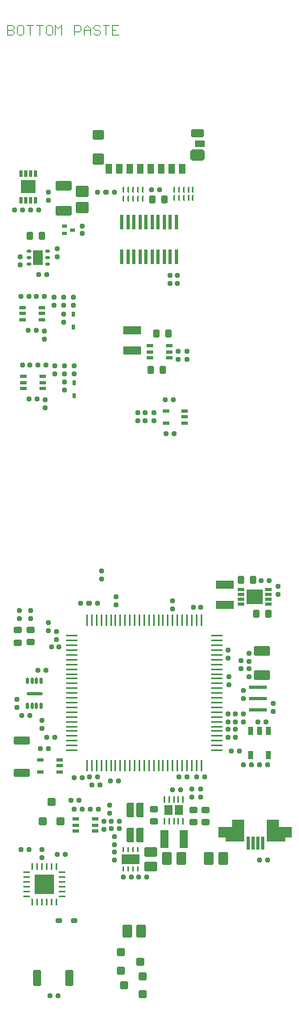
<source format=gbp>
G04*
G04 #@! TF.GenerationSoftware,Altium Limited,Altium Designer,20.2.6 (244)*
G04*
G04 Layer_Color=6710886*
%FSLAX25Y25*%
%MOIN*%
G70*
G04*
G04 #@! TF.SameCoordinates,D103880D-7D63-4280-A8AA-78B1B6904BBD*
G04*
G04*
G04 #@! TF.FilePolarity,Positive*
G04*
G01*
G75*
%ADD11C,0.00394*%
G04:AMPARAMS|DCode=16|XSize=20.47mil|YSize=20.47mil|CornerRadius=4.1mil|HoleSize=0mil|Usage=FLASHONLY|Rotation=180.000|XOffset=0mil|YOffset=0mil|HoleType=Round|Shape=RoundedRectangle|*
%AMROUNDEDRECTD16*
21,1,0.02047,0.01228,0,0,180.0*
21,1,0.01228,0.02047,0,0,180.0*
1,1,0.00819,-0.00614,0.00614*
1,1,0.00819,0.00614,0.00614*
1,1,0.00819,0.00614,-0.00614*
1,1,0.00819,-0.00614,-0.00614*
%
%ADD16ROUNDEDRECTD16*%
G04:AMPARAMS|DCode=18|XSize=20.47mil|YSize=20.47mil|CornerRadius=4.1mil|HoleSize=0mil|Usage=FLASHONLY|Rotation=270.000|XOffset=0mil|YOffset=0mil|HoleType=Round|Shape=RoundedRectangle|*
%AMROUNDEDRECTD18*
21,1,0.02047,0.01228,0,0,270.0*
21,1,0.01228,0.02047,0,0,270.0*
1,1,0.00819,-0.00614,-0.00614*
1,1,0.00819,-0.00614,0.00614*
1,1,0.00819,0.00614,0.00614*
1,1,0.00819,0.00614,-0.00614*
%
%ADD18ROUNDEDRECTD18*%
G04:AMPARAMS|DCode=47|XSize=70.87mil|YSize=43.31mil|CornerRadius=2.17mil|HoleSize=0mil|Usage=FLASHONLY|Rotation=0.000|XOffset=0mil|YOffset=0mil|HoleType=Round|Shape=RoundedRectangle|*
%AMROUNDEDRECTD47*
21,1,0.07087,0.03898,0,0,0.0*
21,1,0.06653,0.04331,0,0,0.0*
1,1,0.00433,0.03327,-0.01949*
1,1,0.00433,-0.03327,-0.01949*
1,1,0.00433,-0.03327,0.01949*
1,1,0.00433,0.03327,0.01949*
%
%ADD47ROUNDEDRECTD47*%
G04:AMPARAMS|DCode=48|XSize=9.84mil|YSize=19.68mil|CornerRadius=1.97mil|HoleSize=0mil|Usage=FLASHONLY|Rotation=0.000|XOffset=0mil|YOffset=0mil|HoleType=Round|Shape=RoundedRectangle|*
%AMROUNDEDRECTD48*
21,1,0.00984,0.01575,0,0,0.0*
21,1,0.00591,0.01968,0,0,0.0*
1,1,0.00394,0.00295,-0.00787*
1,1,0.00394,-0.00295,-0.00787*
1,1,0.00394,-0.00295,0.00787*
1,1,0.00394,0.00295,0.00787*
%
%ADD48ROUNDEDRECTD48*%
G04:AMPARAMS|DCode=49|XSize=62.99mil|YSize=39.37mil|CornerRadius=1.97mil|HoleSize=0mil|Usage=FLASHONLY|Rotation=90.000|XOffset=0mil|YOffset=0mil|HoleType=Round|Shape=RoundedRectangle|*
%AMROUNDEDRECTD49*
21,1,0.06299,0.03543,0,0,90.0*
21,1,0.05906,0.03937,0,0,90.0*
1,1,0.00394,0.01772,0.02953*
1,1,0.00394,0.01772,-0.02953*
1,1,0.00394,-0.01772,-0.02953*
1,1,0.00394,-0.01772,0.02953*
%
%ADD49ROUNDEDRECTD49*%
G04:AMPARAMS|DCode=50|XSize=11.81mil|YSize=17.72mil|CornerRadius=1.77mil|HoleSize=0mil|Usage=FLASHONLY|Rotation=90.000|XOffset=0mil|YOffset=0mil|HoleType=Round|Shape=RoundedRectangle|*
%AMROUNDEDRECTD50*
21,1,0.01181,0.01417,0,0,90.0*
21,1,0.00827,0.01772,0,0,90.0*
1,1,0.00354,0.00709,0.00413*
1,1,0.00354,0.00709,-0.00413*
1,1,0.00354,-0.00709,-0.00413*
1,1,0.00354,-0.00709,0.00413*
%
%ADD50ROUNDEDRECTD50*%
G04:AMPARAMS|DCode=52|XSize=9.84mil|YSize=23.62mil|CornerRadius=1.97mil|HoleSize=0mil|Usage=FLASHONLY|Rotation=0.000|XOffset=0mil|YOffset=0mil|HoleType=Round|Shape=RoundedRectangle|*
%AMROUNDEDRECTD52*
21,1,0.00984,0.01968,0,0,0.0*
21,1,0.00591,0.02362,0,0,0.0*
1,1,0.00394,0.00295,-0.00984*
1,1,0.00394,-0.00295,-0.00984*
1,1,0.00394,-0.00295,0.00984*
1,1,0.00394,0.00295,0.00984*
%
%ADD52ROUNDEDRECTD52*%
G04:AMPARAMS|DCode=53|XSize=15.75mil|YSize=25.59mil|CornerRadius=2.76mil|HoleSize=0mil|Usage=FLASHONLY|Rotation=90.000|XOffset=0mil|YOffset=0mil|HoleType=Round|Shape=RoundedRectangle|*
%AMROUNDEDRECTD53*
21,1,0.01575,0.02008,0,0,90.0*
21,1,0.01024,0.02559,0,0,90.0*
1,1,0.00551,0.01004,0.00512*
1,1,0.00551,0.01004,-0.00512*
1,1,0.00551,-0.01004,-0.00512*
1,1,0.00551,-0.01004,0.00512*
%
%ADD53ROUNDEDRECTD53*%
G04:AMPARAMS|DCode=54|XSize=9.84mil|YSize=49.21mil|CornerRadius=2.46mil|HoleSize=0mil|Usage=FLASHONLY|Rotation=180.000|XOffset=0mil|YOffset=0mil|HoleType=Round|Shape=RoundedRectangle|*
%AMROUNDEDRECTD54*
21,1,0.00984,0.04429,0,0,180.0*
21,1,0.00492,0.04921,0,0,180.0*
1,1,0.00492,-0.00246,0.02215*
1,1,0.00492,0.00246,0.02215*
1,1,0.00492,0.00246,-0.02215*
1,1,0.00492,-0.00246,-0.02215*
%
%ADD54ROUNDEDRECTD54*%
G04:AMPARAMS|DCode=55|XSize=9.84mil|YSize=49.21mil|CornerRadius=2.46mil|HoleSize=0mil|Usage=FLASHONLY|Rotation=90.000|XOffset=0mil|YOffset=0mil|HoleType=Round|Shape=RoundedRectangle|*
%AMROUNDEDRECTD55*
21,1,0.00984,0.04429,0,0,90.0*
21,1,0.00492,0.04921,0,0,90.0*
1,1,0.00492,0.02215,0.00246*
1,1,0.00492,0.02215,-0.00246*
1,1,0.00492,-0.02215,-0.00246*
1,1,0.00492,-0.02215,0.00246*
%
%ADD55ROUNDEDRECTD55*%
G04:AMPARAMS|DCode=56|XSize=15.75mil|YSize=21.65mil|CornerRadius=3.94mil|HoleSize=0mil|Usage=FLASHONLY|Rotation=270.000|XOffset=0mil|YOffset=0mil|HoleType=Round|Shape=RoundedRectangle|*
%AMROUNDEDRECTD56*
21,1,0.01575,0.01378,0,0,270.0*
21,1,0.00787,0.02165,0,0,270.0*
1,1,0.00787,-0.00689,-0.00394*
1,1,0.00787,-0.00689,0.00394*
1,1,0.00787,0.00689,0.00394*
1,1,0.00787,0.00689,-0.00394*
%
%ADD56ROUNDEDRECTD56*%
G04:AMPARAMS|DCode=57|XSize=21.65mil|YSize=31.5mil|CornerRadius=2.71mil|HoleSize=0mil|Usage=FLASHONLY|Rotation=180.000|XOffset=0mil|YOffset=0mil|HoleType=Round|Shape=RoundedRectangle|*
%AMROUNDEDRECTD57*
21,1,0.02165,0.02608,0,0,180.0*
21,1,0.01624,0.03150,0,0,180.0*
1,1,0.00541,-0.00812,0.01304*
1,1,0.00541,0.00812,0.01304*
1,1,0.00541,0.00812,-0.01304*
1,1,0.00541,-0.00812,-0.01304*
%
%ADD57ROUNDEDRECTD57*%
G04:AMPARAMS|DCode=58|XSize=15.75mil|YSize=59.06mil|CornerRadius=3.94mil|HoleSize=0mil|Usage=FLASHONLY|Rotation=0.000|XOffset=0mil|YOffset=0mil|HoleType=Round|Shape=RoundedRectangle|*
%AMROUNDEDRECTD58*
21,1,0.01575,0.05118,0,0,0.0*
21,1,0.00787,0.05906,0,0,0.0*
1,1,0.00787,0.00394,-0.02559*
1,1,0.00787,-0.00394,-0.02559*
1,1,0.00787,-0.00394,0.02559*
1,1,0.00787,0.00394,0.02559*
%
%ADD58ROUNDEDRECTD58*%
G04:AMPARAMS|DCode=59|XSize=62.99mil|YSize=30mil|CornerRadius=3.75mil|HoleSize=0mil|Usage=FLASHONLY|Rotation=90.000|XOffset=0mil|YOffset=0mil|HoleType=Round|Shape=RoundedRectangle|*
%AMROUNDEDRECTD59*
21,1,0.06299,0.02250,0,0,90.0*
21,1,0.05549,0.03000,0,0,90.0*
1,1,0.00750,0.01125,0.02775*
1,1,0.00750,0.01125,-0.02775*
1,1,0.00750,-0.01125,-0.02775*
1,1,0.00750,-0.01125,0.02775*
%
%ADD59ROUNDEDRECTD59*%
G04:AMPARAMS|DCode=60|XSize=66.93mil|YSize=43.31mil|CornerRadius=5.41mil|HoleSize=0mil|Usage=FLASHONLY|Rotation=0.000|XOffset=0mil|YOffset=0mil|HoleType=Round|Shape=RoundedRectangle|*
%AMROUNDEDRECTD60*
21,1,0.06693,0.03248,0,0,0.0*
21,1,0.05610,0.04331,0,0,0.0*
1,1,0.01083,0.02805,-0.01624*
1,1,0.01083,-0.02805,-0.01624*
1,1,0.01083,-0.02805,0.01624*
1,1,0.01083,0.02805,0.01624*
%
%ADD60ROUNDEDRECTD60*%
G04:AMPARAMS|DCode=61|XSize=51.18mil|YSize=39.37mil|CornerRadius=4.92mil|HoleSize=0mil|Usage=FLASHONLY|Rotation=90.000|XOffset=0mil|YOffset=0mil|HoleType=Round|Shape=RoundedRectangle|*
%AMROUNDEDRECTD61*
21,1,0.05118,0.02953,0,0,90.0*
21,1,0.04134,0.03937,0,0,90.0*
1,1,0.00984,0.01476,0.02067*
1,1,0.00984,0.01476,-0.02067*
1,1,0.00984,-0.01476,-0.02067*
1,1,0.00984,-0.01476,0.02067*
%
%ADD61ROUNDEDRECTD61*%
G04:AMPARAMS|DCode=62|XSize=19.68mil|YSize=23.62mil|CornerRadius=4.92mil|HoleSize=0mil|Usage=FLASHONLY|Rotation=270.000|XOffset=0mil|YOffset=0mil|HoleType=Round|Shape=RoundedRectangle|*
%AMROUNDEDRECTD62*
21,1,0.01968,0.01378,0,0,270.0*
21,1,0.00984,0.02362,0,0,270.0*
1,1,0.00984,-0.00689,-0.00492*
1,1,0.00984,-0.00689,0.00492*
1,1,0.00984,0.00689,0.00492*
1,1,0.00984,0.00689,-0.00492*
%
%ADD62ROUNDEDRECTD62*%
G04:AMPARAMS|DCode=63|XSize=31.5mil|YSize=66.93mil|CornerRadius=3.94mil|HoleSize=0mil|Usage=FLASHONLY|Rotation=270.000|XOffset=0mil|YOffset=0mil|HoleType=Round|Shape=RoundedRectangle|*
%AMROUNDEDRECTD63*
21,1,0.03150,0.05906,0,0,270.0*
21,1,0.02362,0.06693,0,0,270.0*
1,1,0.00787,-0.02953,-0.01181*
1,1,0.00787,-0.02953,0.01181*
1,1,0.00787,0.02953,0.01181*
1,1,0.00787,0.02953,-0.01181*
%
%ADD63ROUNDEDRECTD63*%
G04:AMPARAMS|DCode=64|XSize=15.75mil|YSize=25.59mil|CornerRadius=3.94mil|HoleSize=0mil|Usage=FLASHONLY|Rotation=90.000|XOffset=0mil|YOffset=0mil|HoleType=Round|Shape=RoundedRectangle|*
%AMROUNDEDRECTD64*
21,1,0.01575,0.01772,0,0,90.0*
21,1,0.00787,0.02559,0,0,90.0*
1,1,0.00787,0.00886,0.00394*
1,1,0.00787,0.00886,-0.00394*
1,1,0.00787,-0.00886,-0.00394*
1,1,0.00787,-0.00886,0.00394*
%
%ADD64ROUNDEDRECTD64*%
G04:AMPARAMS|DCode=65|XSize=7.87mil|YSize=23.62mil|CornerRadius=1.97mil|HoleSize=0mil|Usage=FLASHONLY|Rotation=180.000|XOffset=0mil|YOffset=0mil|HoleType=Round|Shape=RoundedRectangle|*
%AMROUNDEDRECTD65*
21,1,0.00787,0.01968,0,0,180.0*
21,1,0.00394,0.02362,0,0,180.0*
1,1,0.00394,-0.00197,0.00984*
1,1,0.00394,0.00197,0.00984*
1,1,0.00394,0.00197,-0.00984*
1,1,0.00394,-0.00197,-0.00984*
%
%ADD65ROUNDEDRECTD65*%
G04:AMPARAMS|DCode=66|XSize=11.81mil|YSize=66.93mil|CornerRadius=2.95mil|HoleSize=0mil|Usage=FLASHONLY|Rotation=270.000|XOffset=0mil|YOffset=0mil|HoleType=Round|Shape=RoundedRectangle|*
%AMROUNDEDRECTD66*
21,1,0.01181,0.06102,0,0,270.0*
21,1,0.00591,0.06693,0,0,270.0*
1,1,0.00591,-0.03051,-0.00295*
1,1,0.00591,-0.03051,0.00295*
1,1,0.00591,0.03051,0.00295*
1,1,0.00591,0.03051,-0.00295*
%
%ADD66ROUNDEDRECTD66*%
G04:AMPARAMS|DCode=67|XSize=11.81mil|YSize=23.62mil|CornerRadius=2.36mil|HoleSize=0mil|Usage=FLASHONLY|Rotation=180.000|XOffset=0mil|YOffset=0mil|HoleType=Round|Shape=RoundedRectangle|*
%AMROUNDEDRECTD67*
21,1,0.01181,0.01890,0,0,180.0*
21,1,0.00709,0.02362,0,0,180.0*
1,1,0.00472,-0.00354,0.00945*
1,1,0.00472,0.00354,0.00945*
1,1,0.00472,0.00354,-0.00945*
1,1,0.00472,-0.00354,-0.00945*
%
%ADD67ROUNDEDRECTD67*%
G04:AMPARAMS|DCode=68|XSize=15.75mil|YSize=74.8mil|CornerRadius=3.94mil|HoleSize=0mil|Usage=FLASHONLY|Rotation=270.000|XOffset=0mil|YOffset=0mil|HoleType=Round|Shape=RoundedRectangle|*
%AMROUNDEDRECTD68*
21,1,0.01575,0.06693,0,0,270.0*
21,1,0.00787,0.07480,0,0,270.0*
1,1,0.00787,-0.03347,-0.00394*
1,1,0.00787,-0.03347,0.00394*
1,1,0.00787,0.03347,0.00394*
1,1,0.00787,0.03347,-0.00394*
%
%ADD68ROUNDEDRECTD68*%
G04:AMPARAMS|DCode=69|XSize=27.56mil|YSize=39.37mil|CornerRadius=3.45mil|HoleSize=0mil|Usage=FLASHONLY|Rotation=0.000|XOffset=0mil|YOffset=0mil|HoleType=Round|Shape=RoundedRectangle|*
%AMROUNDEDRECTD69*
21,1,0.02756,0.03248,0,0,0.0*
21,1,0.02067,0.03937,0,0,0.0*
1,1,0.00689,0.01034,-0.01624*
1,1,0.00689,-0.01034,-0.01624*
1,1,0.00689,-0.01034,0.01624*
1,1,0.00689,0.01034,0.01624*
%
%ADD69ROUNDEDRECTD69*%
G04:AMPARAMS|DCode=70|XSize=39.37mil|YSize=27.56mil|CornerRadius=3.45mil|HoleSize=0mil|Usage=FLASHONLY|Rotation=0.000|XOffset=0mil|YOffset=0mil|HoleType=Round|Shape=RoundedRectangle|*
%AMROUNDEDRECTD70*
21,1,0.03937,0.02067,0,0,0.0*
21,1,0.03248,0.02756,0,0,0.0*
1,1,0.00689,0.01624,-0.01034*
1,1,0.00689,-0.01624,-0.01034*
1,1,0.00689,-0.01624,0.01034*
1,1,0.00689,0.01624,0.01034*
%
%ADD70ROUNDEDRECTD70*%
G04:AMPARAMS|DCode=71|XSize=57.09mil|YSize=47.24mil|CornerRadius=5.91mil|HoleSize=0mil|Usage=FLASHONLY|Rotation=0.000|XOffset=0mil|YOffset=0mil|HoleType=Round|Shape=RoundedRectangle|*
%AMROUNDEDRECTD71*
21,1,0.05709,0.03543,0,0,0.0*
21,1,0.04528,0.04724,0,0,0.0*
1,1,0.01181,0.02264,-0.01772*
1,1,0.01181,-0.02264,-0.01772*
1,1,0.01181,-0.02264,0.01772*
1,1,0.01181,0.02264,0.01772*
%
%ADD71ROUNDEDRECTD71*%
G04:AMPARAMS|DCode=72|XSize=55.12mil|YSize=31.5mil|CornerRadius=3.94mil|HoleSize=0mil|Usage=FLASHONLY|Rotation=0.000|XOffset=0mil|YOffset=0mil|HoleType=Round|Shape=RoundedRectangle|*
%AMROUNDEDRECTD72*
21,1,0.05512,0.02362,0,0,0.0*
21,1,0.04724,0.03150,0,0,0.0*
1,1,0.00787,0.02362,-0.01181*
1,1,0.00787,-0.02362,-0.01181*
1,1,0.00787,-0.02362,0.01181*
1,1,0.00787,0.02362,0.01181*
%
%ADD72ROUNDEDRECTD72*%
G04:AMPARAMS|DCode=73|XSize=45.28mil|YSize=47.24mil|CornerRadius=5.66mil|HoleSize=0mil|Usage=FLASHONLY|Rotation=0.000|XOffset=0mil|YOffset=0mil|HoleType=Round|Shape=RoundedRectangle|*
%AMROUNDEDRECTD73*
21,1,0.04528,0.03593,0,0,0.0*
21,1,0.03396,0.04724,0,0,0.0*
1,1,0.01132,0.01698,-0.01796*
1,1,0.01132,-0.01698,-0.01796*
1,1,0.01132,-0.01698,0.01796*
1,1,0.01132,0.01698,0.01796*
%
%ADD73ROUNDEDRECTD73*%
G04:AMPARAMS|DCode=74|XSize=45.28mil|YSize=43.31mil|CornerRadius=5.41mil|HoleSize=0mil|Usage=FLASHONLY|Rotation=0.000|XOffset=0mil|YOffset=0mil|HoleType=Round|Shape=RoundedRectangle|*
%AMROUNDEDRECTD74*
21,1,0.04528,0.03248,0,0,0.0*
21,1,0.03445,0.04331,0,0,0.0*
1,1,0.01083,0.01722,-0.01624*
1,1,0.01083,-0.01722,-0.01624*
1,1,0.01083,-0.01722,0.01624*
1,1,0.01083,0.01722,0.01624*
%
%ADD74ROUNDEDRECTD74*%
G04:AMPARAMS|DCode=75|XSize=62.99mil|YSize=55.12mil|CornerRadius=2.76mil|HoleSize=0mil|Usage=FLASHONLY|Rotation=180.000|XOffset=0mil|YOffset=0mil|HoleType=Round|Shape=RoundedRectangle|*
%AMROUNDEDRECTD75*
21,1,0.06299,0.04961,0,0,180.0*
21,1,0.05748,0.05512,0,0,180.0*
1,1,0.00551,-0.02874,0.02480*
1,1,0.00551,0.02874,0.02480*
1,1,0.00551,0.02874,-0.02480*
1,1,0.00551,-0.02874,-0.02480*
%
%ADD75ROUNDEDRECTD75*%
G04:AMPARAMS|DCode=76|XSize=11.81mil|YSize=29.53mil|CornerRadius=2.36mil|HoleSize=0mil|Usage=FLASHONLY|Rotation=180.000|XOffset=0mil|YOffset=0mil|HoleType=Round|Shape=RoundedRectangle|*
%AMROUNDEDRECTD76*
21,1,0.01181,0.02480,0,0,180.0*
21,1,0.00709,0.02953,0,0,180.0*
1,1,0.00472,-0.00354,0.01240*
1,1,0.00472,0.00354,0.01240*
1,1,0.00472,0.00354,-0.01240*
1,1,0.00472,-0.00354,-0.01240*
%
%ADD76ROUNDEDRECTD76*%
G04:AMPARAMS|DCode=77|XSize=11.81mil|YSize=29.53mil|CornerRadius=2.36mil|HoleSize=0mil|Usage=FLASHONLY|Rotation=90.000|XOffset=0mil|YOffset=0mil|HoleType=Round|Shape=RoundedRectangle|*
%AMROUNDEDRECTD77*
21,1,0.01181,0.02480,0,0,90.0*
21,1,0.00709,0.02953,0,0,90.0*
1,1,0.00472,0.01240,0.00354*
1,1,0.00472,0.01240,-0.00354*
1,1,0.00472,-0.01240,-0.00354*
1,1,0.00472,-0.01240,0.00354*
%
%ADD77ROUNDEDRECTD77*%
G04:AMPARAMS|DCode=78|XSize=68.9mil|YSize=57.09mil|CornerRadius=2.85mil|HoleSize=0mil|Usage=FLASHONLY|Rotation=180.000|XOffset=0mil|YOffset=0mil|HoleType=Round|Shape=RoundedRectangle|*
%AMROUNDEDRECTD78*
21,1,0.06890,0.05138,0,0,180.0*
21,1,0.06319,0.05709,0,0,180.0*
1,1,0.00571,-0.03159,0.02569*
1,1,0.00571,0.03159,0.02569*
1,1,0.00571,0.03159,-0.02569*
1,1,0.00571,-0.03159,-0.02569*
%
%ADD78ROUNDEDRECTD78*%
G04:AMPARAMS|DCode=79|XSize=31.5mil|YSize=27.56mil|CornerRadius=3.45mil|HoleSize=0mil|Usage=FLASHONLY|Rotation=180.000|XOffset=0mil|YOffset=0mil|HoleType=Round|Shape=RoundedRectangle|*
%AMROUNDEDRECTD79*
21,1,0.03150,0.02067,0,0,180.0*
21,1,0.02461,0.02756,0,0,180.0*
1,1,0.00689,-0.01230,0.01034*
1,1,0.00689,0.01230,0.01034*
1,1,0.00689,0.01230,-0.01034*
1,1,0.00689,-0.01230,-0.01034*
%
%ADD79ROUNDEDRECTD79*%
G04:AMPARAMS|DCode=80|XSize=75.59mil|YSize=36.61mil|CornerRadius=4.58mil|HoleSize=0mil|Usage=FLASHONLY|Rotation=180.000|XOffset=0mil|YOffset=0mil|HoleType=Round|Shape=RoundedRectangle|*
%AMROUNDEDRECTD80*
21,1,0.07559,0.02746,0,0,180.0*
21,1,0.06644,0.03661,0,0,180.0*
1,1,0.00915,-0.03322,0.01373*
1,1,0.00915,0.03322,0.01373*
1,1,0.00915,0.03322,-0.01373*
1,1,0.00915,-0.03322,-0.01373*
%
%ADD80ROUNDEDRECTD80*%
G04:AMPARAMS|DCode=81|XSize=33.47mil|YSize=29.53mil|CornerRadius=5.91mil|HoleSize=0mil|Usage=FLASHONLY|Rotation=90.000|XOffset=0mil|YOffset=0mil|HoleType=Round|Shape=RoundedRectangle|*
%AMROUNDEDRECTD81*
21,1,0.03347,0.01772,0,0,90.0*
21,1,0.02165,0.02953,0,0,90.0*
1,1,0.01181,0.00886,0.01083*
1,1,0.01181,0.00886,-0.01083*
1,1,0.01181,-0.00886,-0.01083*
1,1,0.01181,-0.00886,0.01083*
%
%ADD81ROUNDEDRECTD81*%
G04:AMPARAMS|DCode=82|XSize=43.31mil|YSize=66.93mil|CornerRadius=5.41mil|HoleSize=0mil|Usage=FLASHONLY|Rotation=270.000|XOffset=0mil|YOffset=0mil|HoleType=Round|Shape=RoundedRectangle|*
%AMROUNDEDRECTD82*
21,1,0.04331,0.05610,0,0,270.0*
21,1,0.03248,0.06693,0,0,270.0*
1,1,0.01083,-0.02805,-0.01624*
1,1,0.01083,-0.02805,0.01624*
1,1,0.01083,0.02805,0.01624*
1,1,0.01083,0.02805,-0.01624*
%
%ADD82ROUNDEDRECTD82*%
G04:AMPARAMS|DCode=83|XSize=31.5mil|YSize=35.43mil|CornerRadius=3.94mil|HoleSize=0mil|Usage=FLASHONLY|Rotation=90.000|XOffset=0mil|YOffset=0mil|HoleType=Round|Shape=RoundedRectangle|*
%AMROUNDEDRECTD83*
21,1,0.03150,0.02756,0,0,90.0*
21,1,0.02362,0.03543,0,0,90.0*
1,1,0.00787,0.01378,0.01181*
1,1,0.00787,0.01378,-0.01181*
1,1,0.00787,-0.01378,-0.01181*
1,1,0.00787,-0.01378,0.01181*
%
%ADD83ROUNDEDRECTD83*%
G04:AMPARAMS|DCode=84|XSize=15.75mil|YSize=21.65mil|CornerRadius=3.94mil|HoleSize=0mil|Usage=FLASHONLY|Rotation=0.000|XOffset=0mil|YOffset=0mil|HoleType=Round|Shape=RoundedRectangle|*
%AMROUNDEDRECTD84*
21,1,0.01575,0.01378,0,0,0.0*
21,1,0.00787,0.02165,0,0,0.0*
1,1,0.00787,0.00394,-0.00689*
1,1,0.00787,-0.00394,-0.00689*
1,1,0.00787,-0.00394,0.00689*
1,1,0.00787,0.00394,0.00689*
%
%ADD84ROUNDEDRECTD84*%
G04:AMPARAMS|DCode=85|XSize=55.12mil|YSize=47.24mil|CornerRadius=5.91mil|HoleSize=0mil|Usage=FLASHONLY|Rotation=0.000|XOffset=0mil|YOffset=0mil|HoleType=Round|Shape=RoundedRectangle|*
%AMROUNDEDRECTD85*
21,1,0.05512,0.03543,0,0,0.0*
21,1,0.04331,0.04724,0,0,0.0*
1,1,0.01181,0.02165,-0.01772*
1,1,0.01181,-0.02165,-0.01772*
1,1,0.01181,-0.02165,0.01772*
1,1,0.01181,0.02165,0.01772*
%
%ADD85ROUNDEDRECTD85*%
G04:AMPARAMS|DCode=86|XSize=62.99mil|YSize=51.18mil|CornerRadius=6.4mil|HoleSize=0mil|Usage=FLASHONLY|Rotation=180.000|XOffset=0mil|YOffset=0mil|HoleType=Round|Shape=RoundedRectangle|*
%AMROUNDEDRECTD86*
21,1,0.06299,0.03839,0,0,180.0*
21,1,0.05020,0.05118,0,0,180.0*
1,1,0.01280,-0.02510,0.01919*
1,1,0.01280,0.02510,0.01919*
1,1,0.01280,0.02510,-0.01919*
1,1,0.01280,-0.02510,-0.01919*
%
%ADD86ROUNDEDRECTD86*%
G04:AMPARAMS|DCode=87|XSize=11.81mil|YSize=55.12mil|CornerRadius=1.48mil|HoleSize=0mil|Usage=FLASHONLY|Rotation=0.000|XOffset=0mil|YOffset=0mil|HoleType=Round|Shape=RoundedRectangle|*
%AMROUNDEDRECTD87*
21,1,0.01181,0.05217,0,0,0.0*
21,1,0.00886,0.05512,0,0,0.0*
1,1,0.00295,0.00443,-0.02608*
1,1,0.00295,-0.00443,-0.02608*
1,1,0.00295,-0.00443,0.02608*
1,1,0.00295,0.00443,0.02608*
%
%ADD87ROUNDEDRECTD87*%
G04:AMPARAMS|DCode=88|XSize=9.84mil|YSize=29.53mil|CornerRadius=2.46mil|HoleSize=0mil|Usage=FLASHONLY|Rotation=90.000|XOffset=0mil|YOffset=0mil|HoleType=Round|Shape=RoundedRectangle|*
%AMROUNDEDRECTD88*
21,1,0.00984,0.02461,0,0,90.0*
21,1,0.00492,0.02953,0,0,90.0*
1,1,0.00492,0.01230,0.00246*
1,1,0.00492,0.01230,-0.00246*
1,1,0.00492,-0.01230,-0.00246*
1,1,0.00492,-0.01230,0.00246*
%
%ADD88ROUNDEDRECTD88*%
G04:AMPARAMS|DCode=89|XSize=9.84mil|YSize=29.53mil|CornerRadius=2.46mil|HoleSize=0mil|Usage=FLASHONLY|Rotation=180.000|XOffset=0mil|YOffset=0mil|HoleType=Round|Shape=RoundedRectangle|*
%AMROUNDEDRECTD89*
21,1,0.00984,0.02461,0,0,180.0*
21,1,0.00492,0.02953,0,0,180.0*
1,1,0.00492,-0.00246,0.01230*
1,1,0.00492,0.00246,0.01230*
1,1,0.00492,0.00246,-0.01230*
1,1,0.00492,-0.00246,-0.01230*
%
%ADD89ROUNDEDRECTD89*%
G04:AMPARAMS|DCode=91|XSize=51.18mil|YSize=39.37mil|CornerRadius=4.92mil|HoleSize=0mil|Usage=FLASHONLY|Rotation=180.000|XOffset=0mil|YOffset=0mil|HoleType=Round|Shape=RoundedRectangle|*
%AMROUNDEDRECTD91*
21,1,0.05118,0.02953,0,0,180.0*
21,1,0.04134,0.03937,0,0,180.0*
1,1,0.00984,-0.02067,0.01476*
1,1,0.00984,0.02067,0.01476*
1,1,0.00984,0.02067,-0.01476*
1,1,0.00984,-0.02067,-0.01476*
%
%ADD91ROUNDEDRECTD91*%
G04:AMPARAMS|DCode=92|XSize=33.47mil|YSize=29.53mil|CornerRadius=5.91mil|HoleSize=0mil|Usage=FLASHONLY|Rotation=0.000|XOffset=0mil|YOffset=0mil|HoleType=Round|Shape=RoundedRectangle|*
%AMROUNDEDRECTD92*
21,1,0.03347,0.01772,0,0,0.0*
21,1,0.02165,0.02953,0,0,0.0*
1,1,0.01181,0.01083,-0.00886*
1,1,0.01181,-0.01083,-0.00886*
1,1,0.01181,-0.01083,0.00886*
1,1,0.01181,0.01083,0.00886*
%
%ADD92ROUNDEDRECTD92*%
G04:AMPARAMS|DCode=93|XSize=75.59mil|YSize=36.61mil|CornerRadius=4.58mil|HoleSize=0mil|Usage=FLASHONLY|Rotation=270.000|XOffset=0mil|YOffset=0mil|HoleType=Round|Shape=RoundedRectangle|*
%AMROUNDEDRECTD93*
21,1,0.07559,0.02746,0,0,270.0*
21,1,0.06644,0.03661,0,0,270.0*
1,1,0.00915,-0.01373,-0.03322*
1,1,0.00915,-0.01373,0.03322*
1,1,0.00915,0.01373,0.03322*
1,1,0.00915,0.01373,-0.03322*
%
%ADD93ROUNDEDRECTD93*%
G04:AMPARAMS|DCode=94|XSize=31.5mil|YSize=35.43mil|CornerRadius=3.94mil|HoleSize=0mil|Usage=FLASHONLY|Rotation=0.000|XOffset=0mil|YOffset=0mil|HoleType=Round|Shape=RoundedRectangle|*
%AMROUNDEDRECTD94*
21,1,0.03150,0.02756,0,0,0.0*
21,1,0.02362,0.03543,0,0,0.0*
1,1,0.00787,0.01181,-0.01378*
1,1,0.00787,-0.01181,-0.01378*
1,1,0.00787,-0.01181,0.01378*
1,1,0.00787,0.01181,0.01378*
%
%ADD94ROUNDEDRECTD94*%
G04:AMPARAMS|DCode=95|XSize=31.5mil|YSize=66.93mil|CornerRadius=3.94mil|HoleSize=0mil|Usage=FLASHONLY|Rotation=180.000|XOffset=0mil|YOffset=0mil|HoleType=Round|Shape=RoundedRectangle|*
%AMROUNDEDRECTD95*
21,1,0.03150,0.05906,0,0,180.0*
21,1,0.02362,0.06693,0,0,180.0*
1,1,0.00787,-0.01181,0.02953*
1,1,0.00787,0.01181,0.02953*
1,1,0.00787,0.01181,-0.02953*
1,1,0.00787,-0.01181,-0.02953*
%
%ADD95ROUNDEDRECTD95*%
%ADD151R,0.01378X0.03386*%
%ADD152R,0.03504X0.04331*%
G04:AMPARAMS|DCode=153|XSize=78.74mil|YSize=78.74mil|CornerRadius=0.39mil|HoleSize=0mil|Usage=FLASHONLY|Rotation=180.000|XOffset=0mil|YOffset=0mil|HoleType=Round|Shape=RoundedRectangle|*
%AMROUNDEDRECTD153*
21,1,0.07874,0.07795,0,0,180.0*
21,1,0.07795,0.07874,0,0,180.0*
1,1,0.00079,-0.03898,0.03898*
1,1,0.00079,0.03898,0.03898*
1,1,0.00079,0.03898,-0.03898*
1,1,0.00079,-0.03898,-0.03898*
%
%ADD153ROUNDEDRECTD153*%
G36*
X563681Y452583D02*
X556004D01*
Y454552D01*
X553248D01*
Y458883D01*
X558760D01*
Y461638D01*
X563681D01*
Y452583D01*
D02*
G37*
G36*
X578051Y458883D02*
X583563D01*
Y454552D01*
X580807D01*
Y452583D01*
X573130D01*
Y461638D01*
X578051D01*
Y458883D01*
D02*
G37*
D11*
X465929Y789791D02*
Y785856D01*
X467897D01*
X468553Y786512D01*
Y787168D01*
X467897Y787824D01*
X465929D01*
X467897D01*
X468553Y788480D01*
Y789136D01*
X467897Y789791D01*
X465929D01*
X471833D02*
X470521D01*
X469865Y789136D01*
Y786512D01*
X470521Y785856D01*
X471833D01*
X472489Y786512D01*
Y789136D01*
X471833Y789791D01*
X473801D02*
X476425D01*
X475113D01*
Y785856D01*
X477736Y789791D02*
X480360D01*
X479048D01*
Y785856D01*
X483640Y789791D02*
X482328D01*
X481672Y789136D01*
Y786512D01*
X482328Y785856D01*
X483640D01*
X484296Y786512D01*
Y789136D01*
X483640Y789791D01*
X485608Y785856D02*
Y789791D01*
X486920Y788480D01*
X488232Y789791D01*
Y785856D01*
X493479D02*
Y789791D01*
X495447D01*
X496103Y789136D01*
Y787824D01*
X495447Y787168D01*
X493479D01*
X497415Y785856D02*
Y788480D01*
X498727Y789791D01*
X500039Y788480D01*
Y785856D01*
Y787824D01*
X497415D01*
X503975Y789136D02*
X503319Y789791D01*
X502007D01*
X501351Y789136D01*
Y788480D01*
X502007Y787824D01*
X503319D01*
X503975Y787168D01*
Y786512D01*
X503319Y785856D01*
X502007D01*
X501351Y786512D01*
X505287Y789791D02*
X507910D01*
X506599D01*
Y785856D01*
X511846Y789791D02*
X509222D01*
Y785856D01*
X511846D01*
X509222Y787824D02*
X510534D01*
D16*
X575772Y509635D02*
D03*
Y506327D02*
D03*
X469866Y511524D02*
D03*
Y508217D02*
D03*
X565744Y527191D02*
D03*
Y530498D02*
D03*
Y524199D02*
D03*
Y520892D02*
D03*
X560232Y495695D02*
D03*
Y499002D02*
D03*
X557083Y495695D02*
D03*
Y499002D02*
D03*
X557476Y520656D02*
D03*
Y517349D02*
D03*
X557083Y531679D02*
D03*
Y528372D02*
D03*
X486008Y536170D02*
D03*
Y539477D02*
D03*
X480102Y446012D02*
D03*
Y449320D02*
D03*
X526374Y626404D02*
D03*
Y629711D02*
D03*
X522831Y626404D02*
D03*
Y629711D02*
D03*
X519681Y626404D02*
D03*
Y629711D02*
D03*
X489366Y649002D02*
D03*
Y645695D02*
D03*
Y639002D02*
D03*
Y642309D02*
D03*
X489075Y674018D02*
D03*
Y677325D02*
D03*
Y667018D02*
D03*
Y670325D02*
D03*
X560232Y501994D02*
D03*
Y505302D02*
D03*
X557083Y501994D02*
D03*
Y505302D02*
D03*
X563382D02*
D03*
Y501994D02*
D03*
X534248Y548845D02*
D03*
Y552152D02*
D03*
X562595Y524042D02*
D03*
Y527349D02*
D03*
X563567Y511761D02*
D03*
Y515068D02*
D03*
X504720Y561050D02*
D03*
Y564357D02*
D03*
X482858Y543020D02*
D03*
Y539713D02*
D03*
X496846Y703569D02*
D03*
Y706876D02*
D03*
X482673Y720656D02*
D03*
Y717349D02*
D03*
X510020Y445153D02*
D03*
Y448460D02*
D03*
X545665Y471089D02*
D03*
Y474396D02*
D03*
X542122Y471089D02*
D03*
Y474396D02*
D03*
X510024Y451524D02*
D03*
Y454831D02*
D03*
X508252Y467824D02*
D03*
Y464516D02*
D03*
X540154Y651601D02*
D03*
Y654908D02*
D03*
X536610D02*
D03*
Y651601D02*
D03*
X577740Y554674D02*
D03*
Y557981D02*
D03*
X493303Y649002D02*
D03*
Y645695D02*
D03*
X485468Y645774D02*
D03*
Y649081D02*
D03*
X481468Y631774D02*
D03*
Y635081D02*
D03*
X493075Y677325D02*
D03*
Y674018D02*
D03*
X485075Y677325D02*
D03*
Y674018D02*
D03*
X481075Y660018D02*
D03*
Y663325D02*
D03*
X471268Y690762D02*
D03*
Y694069D02*
D03*
X486520Y694030D02*
D03*
Y697337D02*
D03*
X536217Y683097D02*
D03*
Y686404D02*
D03*
X533067Y683097D02*
D03*
Y686404D02*
D03*
X505693Y461131D02*
D03*
Y457824D02*
D03*
X510626Y553727D02*
D03*
Y550420D02*
D03*
X475378Y548139D02*
D03*
Y544831D02*
D03*
X470654Y548139D02*
D03*
Y544831D02*
D03*
X480102Y502863D02*
D03*
Y499556D02*
D03*
D18*
X479445Y491049D02*
D03*
X482752D02*
D03*
X569602Y502073D02*
D03*
X572909D02*
D03*
X542622Y549241D02*
D03*
X545929D02*
D03*
X493409Y479162D02*
D03*
X496717D02*
D03*
X547319Y479239D02*
D03*
X544012D02*
D03*
X525508Y721758D02*
D03*
X528815D02*
D03*
X573488Y444910D02*
D03*
X570181D02*
D03*
X472122Y713490D02*
D03*
X468815D02*
D03*
X523488Y438217D02*
D03*
X520181D02*
D03*
X534169Y473924D02*
D03*
X537476D02*
D03*
X493409Y466170D02*
D03*
X496717D02*
D03*
X475272Y649317D02*
D03*
X471965D02*
D03*
X482173Y686683D02*
D03*
X478866D02*
D03*
X474728Y677672D02*
D03*
X471421D02*
D03*
X540232Y479239D02*
D03*
X536925D02*
D03*
X499473Y551209D02*
D03*
X496165D02*
D03*
X504012Y476089D02*
D03*
X500705D02*
D03*
X508370Y477587D02*
D03*
X511677D02*
D03*
X489630Y447272D02*
D03*
X486323D02*
D03*
X474669Y449241D02*
D03*
X471362D02*
D03*
X478815Y713490D02*
D03*
X475508D02*
D03*
X513882Y438217D02*
D03*
X517189D02*
D03*
X512071Y457902D02*
D03*
X508764D02*
D03*
X512071Y461052D02*
D03*
X508764D02*
D03*
X492228Y469713D02*
D03*
X495536D02*
D03*
X574184Y560473D02*
D03*
X570876D02*
D03*
X478122Y635428D02*
D03*
X474815D02*
D03*
X481886Y649317D02*
D03*
X478579D02*
D03*
X477728Y663672D02*
D03*
X474421D02*
D03*
X477768Y677672D02*
D03*
X481075D02*
D03*
X506795Y720894D02*
D03*
X510102D02*
D03*
X503252D02*
D03*
X506559D02*
D03*
X531233Y635084D02*
D03*
X534540D02*
D03*
X534721Y620971D02*
D03*
X531413D02*
D03*
X558370Y490186D02*
D03*
X561677D02*
D03*
X503016Y551209D02*
D03*
X499709D02*
D03*
X499917Y479239D02*
D03*
X503224D02*
D03*
X483961Y533099D02*
D03*
X487268D02*
D03*
X486874Y389005D02*
D03*
X483567D02*
D03*
X500004Y466170D02*
D03*
X503311D02*
D03*
X570181Y484280D02*
D03*
X573488D02*
D03*
X563488D02*
D03*
X566795D02*
D03*
X485299Y495698D02*
D03*
X481992D02*
D03*
X475063Y504753D02*
D03*
X471756D02*
D03*
X478449Y523257D02*
D03*
X481756D02*
D03*
D47*
X516717Y445304D02*
D03*
D48*
X515732Y449241D02*
D03*
X513764D02*
D03*
X517701D02*
D03*
X519669D02*
D03*
X513764Y441367D02*
D03*
X515732D02*
D03*
X517701D02*
D03*
X519669D02*
D03*
D49*
X478520Y693683D02*
D03*
D50*
X474681Y691124D02*
D03*
Y693683D02*
D03*
Y696243D02*
D03*
X482358Y691124D02*
D03*
Y693683D02*
D03*
Y696243D02*
D03*
D52*
X530705Y470183D02*
D03*
X532673D02*
D03*
X534642D02*
D03*
X536610D02*
D03*
X538579D02*
D03*
X530705Y461128D02*
D03*
X532673D02*
D03*
X534642D02*
D03*
X536610D02*
D03*
X538579D02*
D03*
D53*
X472039Y673231D02*
D03*
Y670672D02*
D03*
Y668113D02*
D03*
X480110D02*
D03*
Y670672D02*
D03*
Y673231D02*
D03*
X532772Y654829D02*
D03*
X524701Y652270D02*
D03*
Y654829D02*
D03*
Y657388D02*
D03*
X532772D02*
D03*
Y652270D02*
D03*
X502063Y462113D02*
D03*
Y459553D02*
D03*
Y456994D02*
D03*
X493992D02*
D03*
Y459553D02*
D03*
Y462113D02*
D03*
X472339Y644790D02*
D03*
Y642231D02*
D03*
Y639672D02*
D03*
X480409D02*
D03*
Y642231D02*
D03*
Y644790D02*
D03*
D54*
X500752Y483983D02*
D03*
X536185D02*
D03*
X544059D02*
D03*
Y544022D02*
D03*
X498783Y483983D02*
D03*
X542091D02*
D03*
X546028Y544022D02*
D03*
X542091D02*
D03*
X540122D02*
D03*
X538154D02*
D03*
X536185D02*
D03*
X534217D02*
D03*
X532248D02*
D03*
X530280D02*
D03*
X528311D02*
D03*
X526343D02*
D03*
X524374D02*
D03*
X522406D02*
D03*
X520437D02*
D03*
X518469D02*
D03*
X516500D02*
D03*
X514532D02*
D03*
X512563D02*
D03*
X510595D02*
D03*
X508626D02*
D03*
X506658D02*
D03*
X504689D02*
D03*
X502720D02*
D03*
X500752D02*
D03*
X498783D02*
D03*
X502720Y483983D02*
D03*
X504689D02*
D03*
X506658D02*
D03*
X508626D02*
D03*
X510595D02*
D03*
X512563D02*
D03*
X514532D02*
D03*
X516500D02*
D03*
X518469D02*
D03*
X520437D02*
D03*
X522406D02*
D03*
X524374D02*
D03*
X526343D02*
D03*
X528311D02*
D03*
X530280D02*
D03*
X532248D02*
D03*
X534217D02*
D03*
X538154D02*
D03*
X540122D02*
D03*
X546028D02*
D03*
D55*
X492386Y535656D02*
D03*
X552425Y500223D02*
D03*
Y502191D02*
D03*
Y519908D02*
D03*
X492386Y537624D02*
D03*
Y533687D02*
D03*
X552425Y517939D02*
D03*
Y527782D02*
D03*
Y498254D02*
D03*
Y496286D02*
D03*
X492386Y531719D02*
D03*
Y529750D02*
D03*
Y527782D02*
D03*
Y525813D02*
D03*
Y523845D02*
D03*
Y521876D02*
D03*
Y519908D02*
D03*
Y517939D02*
D03*
Y515971D02*
D03*
Y514002D02*
D03*
Y512034D02*
D03*
Y510065D02*
D03*
Y508097D02*
D03*
Y506128D02*
D03*
Y504160D02*
D03*
Y502191D02*
D03*
Y500223D02*
D03*
Y498254D02*
D03*
Y496286D02*
D03*
Y494317D02*
D03*
Y492349D02*
D03*
Y490380D02*
D03*
X552425D02*
D03*
Y492349D02*
D03*
Y494317D02*
D03*
Y504160D02*
D03*
Y506128D02*
D03*
Y508097D02*
D03*
Y510065D02*
D03*
Y512034D02*
D03*
Y514002D02*
D03*
Y515971D02*
D03*
Y521876D02*
D03*
Y523845D02*
D03*
Y525813D02*
D03*
Y529750D02*
D03*
Y531719D02*
D03*
Y533687D02*
D03*
Y535656D02*
D03*
Y537624D02*
D03*
D56*
X492909Y705223D02*
D03*
X489366Y706798D02*
D03*
Y703648D02*
D03*
D57*
X566335Y498431D02*
D03*
X570075D02*
D03*
X573815D02*
D03*
Y488392D02*
D03*
X566335D02*
D03*
D58*
X535656Y693919D02*
D03*
Y708486D02*
D03*
X533156D02*
D03*
X530656D02*
D03*
X528156D02*
D03*
X525656D02*
D03*
X523156D02*
D03*
X520656D02*
D03*
X518156D02*
D03*
X515656D02*
D03*
X513156D02*
D03*
X533156Y693919D02*
D03*
X530656D02*
D03*
X528156D02*
D03*
X525656D02*
D03*
X523156D02*
D03*
X520656D02*
D03*
X518156D02*
D03*
X515656D02*
D03*
X513156D02*
D03*
D59*
X520685Y455540D02*
D03*
Y465776D02*
D03*
X516685Y455540D02*
D03*
Y465776D02*
D03*
D60*
X488973Y723333D02*
D03*
Y713097D02*
D03*
D61*
X515339Y415776D02*
D03*
X521244D02*
D03*
X549165Y445698D02*
D03*
X555071D02*
D03*
X537780D02*
D03*
X531874D02*
D03*
D62*
X487189Y420107D02*
D03*
X493488D02*
D03*
D63*
X471835Y494517D02*
D03*
Y481131D02*
D03*
D64*
X531350Y630543D02*
D03*
Y625425D02*
D03*
X539224D02*
D03*
Y627984D02*
D03*
Y630543D02*
D03*
X479524Y481404D02*
D03*
X487398Y483963D02*
D03*
Y486522D02*
D03*
X479524D02*
D03*
X487398Y481404D02*
D03*
D65*
X513776Y721679D02*
D03*
X515744D02*
D03*
X517713D02*
D03*
X519681D02*
D03*
X521650D02*
D03*
X513776Y718215D02*
D03*
X515744D02*
D03*
X517713D02*
D03*
X519681D02*
D03*
X521650D02*
D03*
X542610Y718345D02*
D03*
X540642D02*
D03*
X538673D02*
D03*
X536705D02*
D03*
X534736D02*
D03*
X542610Y721809D02*
D03*
X540642D02*
D03*
X538673D02*
D03*
X536705D02*
D03*
X534736D02*
D03*
D66*
X476953Y513808D02*
D03*
D67*
X475969Y508690D02*
D03*
X474000D02*
D03*
X479906Y518926D02*
D03*
X477937D02*
D03*
X475969D02*
D03*
X474000D02*
D03*
X479906Y508690D02*
D03*
X477937D02*
D03*
D68*
X569473Y507115D02*
D03*
Y516564D02*
D03*
Y511839D02*
D03*
D69*
X538234Y730242D02*
D03*
X533904D02*
D03*
X529573D02*
D03*
X525242D02*
D03*
X520911D02*
D03*
X516581D02*
D03*
X512250D02*
D03*
X507919D02*
D03*
D70*
X545321Y740635D02*
D03*
D71*
X544435Y736108D02*
D03*
D72*
X544533Y744966D02*
D03*
D73*
X503490Y734375D02*
D03*
D74*
Y744376D02*
D03*
D75*
X474406Y722939D02*
D03*
D76*
X477358Y717546D02*
D03*
X475390D02*
D03*
X473421D02*
D03*
X471453D02*
D03*
X477358Y728333D02*
D03*
X475390D02*
D03*
X473421D02*
D03*
X471453D02*
D03*
D77*
X573924Y556733D02*
D03*
Y554765D02*
D03*
Y552796D02*
D03*
Y550828D02*
D03*
X562506D02*
D03*
Y556733D02*
D03*
Y554765D02*
D03*
Y552796D02*
D03*
D78*
X568215Y553780D02*
D03*
D79*
X470260Y539989D02*
D03*
Y534871D02*
D03*
X475378Y540087D02*
D03*
Y534969D02*
D03*
D80*
X555727Y550438D02*
D03*
Y558587D02*
D03*
X517319Y655479D02*
D03*
Y663628D02*
D03*
D81*
X475059Y702683D02*
D03*
X479980D02*
D03*
X562491Y560867D02*
D03*
X567412D02*
D03*
X530803Y717821D02*
D03*
X525882D02*
D03*
X525095Y647349D02*
D03*
X530016D02*
D03*
X532378Y662309D02*
D03*
X527457D02*
D03*
X573809Y546694D02*
D03*
X568888D02*
D03*
D82*
X571256Y531404D02*
D03*
Y521561D02*
D03*
D83*
X513961Y393335D02*
D03*
X521835Y389595D02*
D03*
Y397076D02*
D03*
X520654Y403178D02*
D03*
X512780Y406918D02*
D03*
Y399438D02*
D03*
D84*
X493075Y664916D02*
D03*
Y670428D02*
D03*
X493303Y636719D02*
D03*
Y642231D02*
D03*
D85*
X496846Y714475D02*
D03*
Y721168D02*
D03*
D86*
X577067Y455733D02*
D03*
X559744D02*
D03*
D87*
X571358Y452190D02*
D03*
X569390D02*
D03*
X567421D02*
D03*
X565453D02*
D03*
D88*
X488551Y439939D02*
D03*
Y437971D02*
D03*
Y436002D02*
D03*
Y434034D02*
D03*
Y432065D02*
D03*
Y430097D02*
D03*
X473787D02*
D03*
Y432065D02*
D03*
Y434034D02*
D03*
Y436002D02*
D03*
Y437971D02*
D03*
Y439939D02*
D03*
D89*
X486091Y427636D02*
D03*
X484122D02*
D03*
X482154D02*
D03*
X480185D02*
D03*
X478217D02*
D03*
X476248D02*
D03*
Y442400D02*
D03*
X478217D02*
D03*
X480185D02*
D03*
X482154D02*
D03*
X484122D02*
D03*
X486091D02*
D03*
D91*
X524984Y442351D02*
D03*
Y448257D02*
D03*
D92*
X526374Y461227D02*
D03*
Y466148D02*
D03*
X547634Y460833D02*
D03*
Y465754D02*
D03*
X542909Y460833D02*
D03*
Y465754D02*
D03*
D93*
X538854Y453845D02*
D03*
X530705D02*
D03*
D94*
X487791Y461128D02*
D03*
X480311D02*
D03*
X484051Y469002D02*
D03*
D95*
X491520Y396485D02*
D03*
X478134D02*
D03*
D151*
X514453Y445304D02*
D03*
X518980D02*
D03*
X516716Y445304D02*
D03*
D152*
X532496Y465656D02*
D03*
X536787Y465656D02*
D03*
D153*
X481169Y435018D02*
D03*
M02*

</source>
